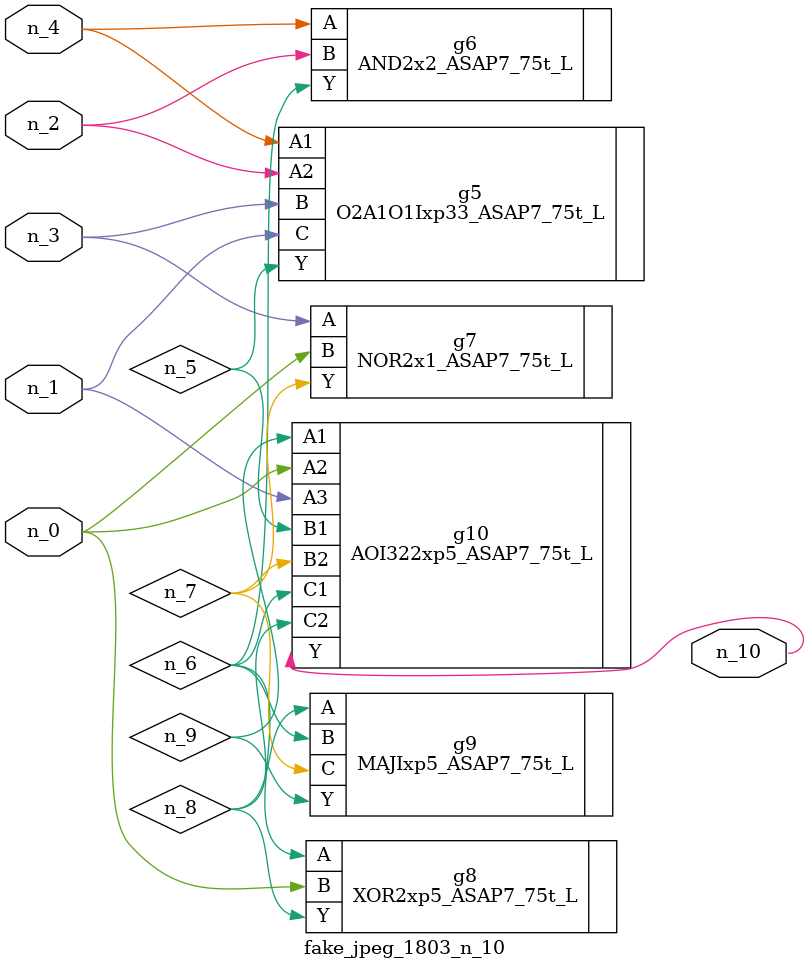
<source format=v>
module fake_jpeg_1803_n_10 (n_3, n_2, n_1, n_0, n_4, n_10);

input n_3;
input n_2;
input n_1;
input n_0;
input n_4;

output n_10;

wire n_8;
wire n_9;
wire n_6;
wire n_5;
wire n_7;

O2A1O1Ixp33_ASAP7_75t_L g5 ( 
.A1(n_4),
.A2(n_2),
.B(n_3),
.C(n_1),
.Y(n_5)
);

AND2x2_ASAP7_75t_L g6 ( 
.A(n_4),
.B(n_2),
.Y(n_6)
);

NOR2x1_ASAP7_75t_L g7 ( 
.A(n_3),
.B(n_0),
.Y(n_7)
);

XOR2xp5_ASAP7_75t_L g8 ( 
.A(n_6),
.B(n_0),
.Y(n_8)
);

MAJIxp5_ASAP7_75t_L g9 ( 
.A(n_8),
.B(n_6),
.C(n_7),
.Y(n_9)
);

AOI322xp5_ASAP7_75t_L g10 ( 
.A1(n_9),
.A2(n_0),
.A3(n_1),
.B1(n_5),
.B2(n_7),
.C1(n_6),
.C2(n_8),
.Y(n_10)
);


endmodule
</source>
